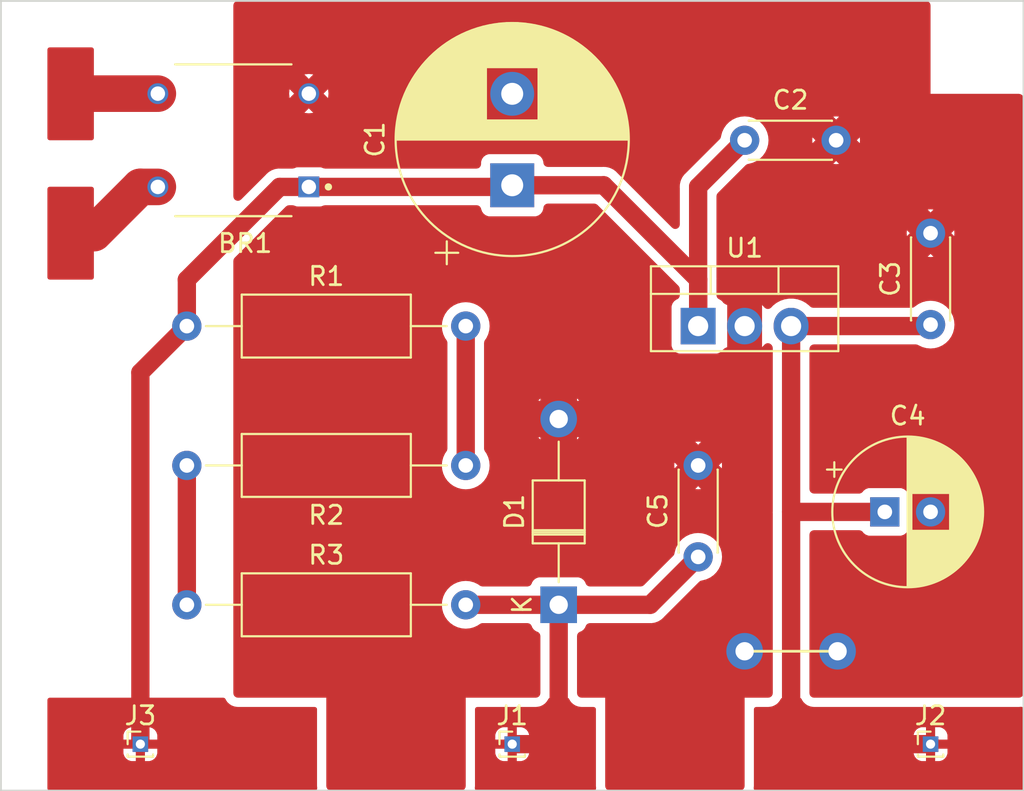
<source format=kicad_pcb>
(kicad_pcb (version 20221018) (generator pcbnew)
  (layers (0 "F.Cu" signal) (31 "B.Cu" signal) (34 "B.Paste" user) (35 "F.Paste" user) (36 "B.SilkS" user "B.Silkscreen") (37 "F.SilkS" user "F.Silkscreen") (38 "B.Mask" user) (39 "F.Mask" user) (44 "Edge.Cuts" user))
  (net 0 "")
  (net 1 "+12V")
  (net 2 "GND")
  (net 3 "VAC")
  (net 4 "Net-(R1-Pad2)")
  (net 5 "Net-(R2-Pad2)")
  (net 6 "+5V")
  (net 7 "+9V")
  (footprint "Capacitor_THT:CP_Radial_D12.5mm_P5.00mm" (layer "F.Cu") (at 73.66 53.26 90)
    (fp_text reference "C1" (at 2.5 -7.5 90) (layer "F.SilkS"))
    (fp_text value "3300uF")
    (pad "1" thru_hole rect (at 0 0 90) (size 2.4 2.4) (drill 1.2) (layers "*.Cu" "*.Mask") (net 1 "+12V"))
    (pad "2" thru_hole circle (at 5 0 90) (size 2.4 2.4) (drill 1.2) (layers "*.Cu" "*.Mask") (net 2 "GND"))
  )
  (footprint "Resistor_THT:R_Axial_DIN0309_L9.0mm_D3.2mm_P15.24mm_Horizontal" (layer "F.Cu") (at 55.88 76.2)
    (fp_text reference "R3" (at 7.62 -2.72) (layer "F.SilkS"))
    (fp_text value "10R")
    (pad "1" thru_hole circle (at 0 0) (size 1.6 1.6) (drill 0.8) (layers "*.Cu" "*.Mask") (net 5 "Net-(R2-Pad2)"))
    (pad "2" thru_hole oval (at 15.24 0) (size 1.6 1.6) (drill 0.8) (layers "*.Cu" "*.Mask") (net 7 "+9V"))
  )
  (footprint "Capacitor_THT:C_Disc_D4.3mm_W1.9mm_P5.00mm" (layer "F.Cu") (at 96.52 60.88 90)
    (fp_text reference "C3" (at 2.5 -2.2 90) (layer "F.SilkS"))
    (fp_text value "100pF")
    (pad "1" thru_hole circle (at 0 0 90) (size 1.6 1.6) (drill 0.8) (layers "*.Cu" "*.Mask") (net 6 "+5V"))
    (pad "2" thru_hole circle (at 5 0 90) (size 1.6 1.6) (drill 0.8) (layers "*.Cu" "*.Mask") (net 2 "GND"))
  )
  (footprint "Capacitor_THT:C_Disc_D4.3mm_W1.9mm_P5.00mm" (layer "F.Cu") (at 83.82 73.58 90)
    (fp_text reference "C5" (at 2.5 -2.2 90) (layer "F.SilkS"))
    (fp_text value "100pF")
    (pad "1" thru_hole circle (at 0 0 90) (size 1.6 1.6) (drill 0.8) (layers "*.Cu" "*.Mask") (net 7 "+9V"))
    (pad "2" thru_hole circle (at 5 0 90) (size 1.6 1.6) (drill 0.8) (layers "*.Cu" "*.Mask") (net 2 "GND"))
  )
  (footprint "Capacitor_THT:CP_Radial_D8.0mm_P2.50mm" (layer "F.Cu") (at 94.02 71.12)
    (fp_text reference "C4" (at 1.25 -5.25) (layer "F.SilkS"))
    (fp_text value "470uF")
    (pad "1" thru_hole rect (at 0 0) (size 1.6 1.6) (drill 0.8) (layers "*.Cu" "*.Mask") (net 6 "+5V"))
    (pad "2" thru_hole circle (at 2.5 0) (size 1.6 1.6) (drill 0.8) (layers "*.Cu" "*.Mask") (net 2 "GND"))
  )
  (footprint "Package_TO_SOT_THT:TO-220-3_Vertical" (layer "F.Cu") (at 83.82 60.96)
    (fp_text reference "U1" (at 2.54 -4.27) (layer "F.SilkS"))
    (fp_text value "LM7805_TO220")
    (pad "1" thru_hole rect (at 0 0) (size 1.905 2) (drill 1.1) (layers "*.Cu" "*.Mask") (net 1 "+12V"))
    (pad "2" thru_hole oval (at 2.54 0) (size 1.905 2) (drill 1.1) (layers "*.Cu" "*.Mask") (net 2 "GND"))
    (pad "3" thru_hole oval (at 5.08 0) (size 1.905 2) (drill 1.1) (layers "*.Cu" "*.Mask") (net 6 "+5V"))
  )
  (footprint "Connector_PinHeader_1.00mm:PinHeader_1x01_P1.00mm_Vertical" (layer "F.Cu") (at 96.52 83.82)
    (fp_text reference "J2" (at 0 -1.56) (layer "F.SilkS"))
    (fp_text value "5V")
    (pad "1" thru_hole rect (at 0 0) (size 0.85 0.85) (drill 0.5) (layers "*.Cu" "*.Mask") (net 6 "+5V"))
  )
  (footprint "Connector_PinHeader_1.00mm:PinHeader_1x01_P1.00mm_Vertical" (layer "F.Cu") (at 73.66 83.82)
    (fp_text reference "J1" (at 0 -1.56) (layer "F.SilkS"))
    (fp_text value "9V1")
    (pad "1" thru_hole rect (at 0 0) (size 0.85 0.85) (drill 0.5) (layers "*.Cu" "*.Mask") (net 7 "+9V"))
  )
  (footprint "Capacitor_THT:C_Disc_D4.3mm_W1.9mm_P5.00mm" (layer "F.Cu") (at 86.36 50.8)
    (fp_text reference "C2" (at 2.5 -2.2) (layer "F.SilkS"))
    (fp_text value "100pF")
    (pad "1" thru_hole circle (at 0 0) (size 1.6 1.6) (drill 0.8) (layers "*.Cu" "*.Mask") (net 1 "+12V"))
    (pad "2" thru_hole circle (at 5 0) (size 1.6 1.6) (drill 0.8) (layers "*.Cu" "*.Mask") (net 2 "GND"))
  )
  (footprint "Resistor_THT:R_Axial_DIN0309_L9.0mm_D3.2mm_P15.24mm_Horizontal" (layer "F.Cu") (at 71.12 68.58 180)
    (fp_text reference "R2" (at 7.62 -2.72 180) (layer "F.SilkS"))
    (fp_text value "10R")
    (pad "1" thru_hole circle (at 0 0 180) (size 1.6 1.6) (drill 0.8) (layers "*.Cu" "*.Mask") (net 4 "Net-(R1-Pad2)"))
    (pad "2" thru_hole oval (at 15.24 0 180) (size 1.6 1.6) (drill 0.8) (layers "*.Cu" "*.Mask") (net 5 "Net-(R2-Pad2)"))
  )
  (footprint "Diode_THT:D_T-1_P10.16mm_Horizontal" (layer "F.Cu") (at 76.2 76.2 90)
    (fp_text reference "D1" (at 5.08 -2.42 90) (layer "F.SilkS"))
    (fp_text value "9V1")
    (fp_text user "K" (at 0 -2 90) (layer "F.SilkS"))
    (pad "1" thru_hole rect (at 0 0 90) (size 2 2) (drill 1) (layers "*.Cu" "*.Mask") (net 7 "+9V"))
    (pad "2" thru_hole oval (at 10.16 0 90) (size 2 2) (drill 1) (layers "*.Cu" "*.Mask") (net 2 "GND"))
  )
  (footprint "Resistor_THT:R_Axial_DIN0309_L9.0mm_D3.2mm_P15.24mm_Horizontal" (layer "F.Cu") (at 55.88 60.96)
    (fp_text reference "R1" (at 7.62 -2.72) (layer "F.SilkS"))
    (fp_text value "10R")
    (pad "1" thru_hole circle (at 0 0) (size 1.6 1.6) (drill 0.8) (layers "*.Cu" "*.Mask") (net 1 "+12V"))
    (pad "2" thru_hole oval (at 15.24 0) (size 1.6 1.6) (drill 0.8) (layers "*.Cu" "*.Mask") (net 4 "Net-(R1-Pad2)"))
  )
  (footprint "Connector_PinHeader_1.00mm:PinHeader_1x01_P1.00mm_Vertical" (layer "F.Cu") (at 53.34 83.82)
    (fp_text reference "J3" (at 0 -1.56) (layer "F.SilkS"))
    (fp_text value "12V")
    (pad "1" thru_hole rect (at 0 0) (size 0.85 0.85) (drill 0.5) (layers "*.Cu" "*.Mask") (net 1 "+12V"))
  )
  (footprint "DB107:DIP825W50P509L880H320Q4" (layer "F.Cu") (at 58.42 50.8 180)
    (fp_text reference "BR1" (at -0.645 -5.635) (layer "F.SilkS"))
    (fp_text value "DB107")
    (pad "1" thru_hole rect (at -4.125 -2.55 180) (size 1.14 1.14) (drill 0.79) (layers "*.Cu" "*.Mask") (net 1 "+12V"))
    (pad "2" thru_hole circle (at -4.125 2.55 180) (size 1.14 1.14) (drill 0.79) (layers "*.Cu" "*.Mask") (net 2 "GND"))
    (pad "3" thru_hole circle (at 4.125 2.55 180) (size 1.14 1.14) (drill 0.79) (layers "*.Cu" "*.Mask") (net 3 "VAC"))
    (pad "4" thru_hole circle (at 4.125 -2.55 180) (size 1.14 1.14) (drill 0.79) (layers "*.Cu" "*.Mask") (net 3 "VAC"))
  )
  (gr_line (start 91.44 78.74) (end 86.36 78.74) (stroke (width 0.15)) (layer "F.SilkS"))
  (gr_line (start 101.6 43.18) (end 101.6 86.36) (stroke (width 0.1)) (layer "Edge.Cuts"))
  (gr_line (start 45.72 86.36) (end 45.72 43.18) (stroke (width 0.1)) (layer "Edge.Cuts"))
  (gr_line (start 45.72 43.18) (end 101.6 43.18) (stroke (width 0.1)) (layer "Edge.Cuts"))
  (gr_line (start 101.6 86.36) (end 48.26 86.36) (stroke (width 0.1)) (layer "Edge.Cuts"))
  (gr_line (start 48.26 86.36) (end 45.72 86.36) (stroke (width 0.1)) (layer "Edge.Cuts"))
  (segment (start 55.88 58.42) (end 55.88 60.96) (width 1) (layer "F.Cu") (net 1))
  (segment (start 60.95 53.35) (end 55.88 58.42) (width 1) (layer "F.Cu") (net 1))
  (segment (start 53.34 63.5) (end 53.34 83.82) (width 1) (layer "F.Cu") (net 1))
  (segment (start 78.66 53.26) (end 83.82 58.42) (width 1) (layer "F.Cu") (net 1))
  (segment (start 62.545 53.35) (end 60.95 53.35) (width 1) (layer "F.Cu") (net 1))
  (segment (start 62.545 53.35) (end 73.57 53.35) (width 1) (layer "F.Cu") (net 1))
  (segment (start 83.82 53.34) (end 83.82 60.96) (width 1) (layer "F.Cu") (net 1))
  (segment (start 83.82 58.42) (end 83.82 60.96) (width 1) (layer "F.Cu") (net 1))
  (segment (start 55.88 60.96) (end 53.34 63.5) (width 1) (layer "F.Cu") (net 1))
  (segment (start 73.57 53.35) (end 73.66 53.26) (width 1) (layer "F.Cu") (net 1))
  (segment (start 73.66 53.26) (end 78.66 53.26) (width 1) (layer "F.Cu") (net 1))
  (segment (start 86.36 50.8) (end 83.82 53.34) (width 1) (layer "F.Cu") (net 1))
  (via (at 91.44 78.74) (size 2) (drill 1) (layers "F.Cu" "B.Cu") (net 2))
  (via (at 86.36 78.74) (size 2) (drill 1) (layers "F.Cu" "B.Cu") (net 2))
  (segment (start 54.295 53.35) (end 53.33 53.35) (width 2) (layer "F.Cu") (net 3))
  (segment (start 54.295 48.25) (end 50.81 48.25) (width 2) (layer "F.Cu") (net 3))
  (segment (start 53.33 53.35) (end 50.8 55.88) (width 2) (layer "F.Cu") (net 3))
  (segment (start 50.81 48.25) (end 50.8 48.26) (width 1) (layer "F.Cu") (net 3))
  (segment (start 71.12 68.58) (end 71.12 60.96) (width 1) (layer "F.Cu") (net 4))
  (segment (start 55.88 68.58) (end 55.88 76.2) (width 1) (layer "F.Cu") (net 5))
  (segment (start 94.02 71.12) (end 88.9 71.12) (width 1) (layer "F.Cu") (net 6))
  (segment (start 88.9 71.12) (end 88.9 83.82) (width 1) (layer "F.Cu") (net 6))
  (segment (start 88.9 83.82) (end 96.52 83.82) (width 1) (layer "F.Cu") (net 6))
  (segment (start 88.9 60.96) (end 88.9 71.12) (width 1) (layer "F.Cu") (net 6))
  (segment (start 88.9 60.96) (end 96.44 60.96) (width 1) (layer "F.Cu") (net 6))
  (segment (start 96.44 60.96) (end 96.52 60.88) (width 1) (layer "F.Cu") (net 6))
  (segment (start 71.12 76.2) (end 76.2 76.2) (width 1) (layer "F.Cu") (net 7))
  (segment (start 81.2 76.2) (end 83.82 73.58) (width 1) (layer "F.Cu") (net 7))
  (segment (start 76.2 76.2) (end 81.2 76.2) (width 1) (layer "F.Cu") (net 7))
  (segment (start 76.2 83.82) (end 73.66 83.82) (width 1) (layer "F.Cu") (net 7))
  (segment (start 76.2 76.2) (end 76.2 83.82) (width 1) (layer "F.Cu") (net 7))
  (zone (net 3) (net_name "VAC") (layer "F.Cu") (priority 1) (connect_pads (clearance 0.5)) (min_thickness 0.25) (fill yes (thermal_gap 0.5) (thermal_bridge_width 0.5))
    (polygon (pts (xy 48.26 45.72) (xy 50.8 45.72) (xy 50.8 50.8) (xy 48.26 50.8)))
  )
  (zone (net 0) (net_name "") (layer "F.Cu") (connect_pads (clearance 0)) (min_thickness 0.25)
    (keepout (tracks not_allowed) (vias not_allowed) (pads not_allowed) (copperpour not_allowed) (footprints allowed))
    (fill (thermal_gap 0.5) (thermal_bridge_width 1))
    (polygon (pts (xy 96.52 43.18) (xy 101.6 43.18) (xy 101.6 48.26) (xy 96.52 48.26)))
  )
  (zone (net 7) (net_name "+9V") (layer "F.Cu") (priority 3) (connect_pads (clearance 0.5)) (min_thickness 0.25) (fill yes (thermal_gap 0.5) (thermal_bridge_width 0.5))
    (polygon (pts (xy 78.74 81.28) (xy 78.74 86.36) (xy 71.12 86.36) (xy 71.12 81.28)))
  )
  (zone (net 2) (net_name "GND") (layer "F.Cu") (priority 5) (connect_pads (clearance 0.5)) (min_thickness 0.5) (fill yes (thermal_gap 0.5) (thermal_bridge_width 2))
    (polygon (pts (xy 58.42 43.18) (xy 101.6 43.18) (xy 101.6 81.28) (xy 86.36 81.28) (xy 86.36 86.36) (xy 78.74 86.36) (xy 78.74 81.28) (xy 71.12 81.28) (xy 71.12 86.36) (xy 63.5 86.36) (xy 63.5 81.28) (xy 58.42 81.28) (xy 58.42 63.5) (xy 58.42 58.42)))
  )
  (zone (net 3) (net_name "VAC") (layer "F.Cu") (priority 2) (connect_pads yes (clearance 0.5)) (min_thickness 0.25) (fill yes (thermal_gap 0.5) (thermal_bridge_width 0.5))
    (polygon (pts (xy 48.26 53.34) (xy 50.8 53.34) (xy 50.8 58.42) (xy 48.26 58.42)))
  )
  (zone (net 6) (net_name "+5V") (layer "F.Cu") (connect_pads (clearance 0.5)) (min_thickness 0.25) (fill yes (thermal_gap 0.5) (thermal_bridge_width 0.5))
    (polygon (pts (xy 101.6 81.28) (xy 101.6 86.36) (xy 86.36 86.36) (xy 86.36 81.28)))
  )
  (zone (net 1) (net_name "+12V") (layer "F.Cu") (priority 4) (connect_pads (clearance 0.5)) (min_thickness 0.25) (fill yes (thermal_gap 0.5) (thermal_bridge_width 0.5))
    (polygon (pts (xy 48.26 81.28) (xy 63.5 81.28) (xy 63.5 86.36) (xy 48.26 86.36)))
  )
)
</source>
